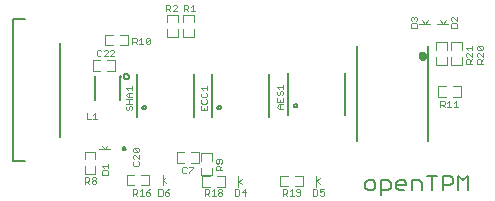
<source format=gto>
G75*
%MOIN*%
%OFA0B0*%
%FSLAX25Y25*%
%IPPOS*%
%LPD*%
%AMOC8*
5,1,8,0,0,1.08239X$1,22.5*
%
%ADD10C,0.00700*%
%ADD11C,0.00800*%
%ADD12C,0.00600*%
%ADD13C,0.00300*%
%ADD14C,0.00450*%
%ADD15C,0.00394*%
%ADD16C,0.00500*%
%ADD17C,0.01575*%
D10*
X0177129Y0006217D02*
X0177946Y0005400D01*
X0179581Y0005400D01*
X0180398Y0006217D01*
X0180398Y0007852D01*
X0179581Y0008669D01*
X0177946Y0008669D01*
X0177129Y0007852D01*
X0177129Y0006217D01*
X0182285Y0005400D02*
X0184737Y0005400D01*
X0185555Y0006217D01*
X0185555Y0007852D01*
X0184737Y0008669D01*
X0182285Y0008669D01*
X0182285Y0003765D01*
X0187442Y0006217D02*
X0188259Y0005400D01*
X0189894Y0005400D01*
X0187442Y0006217D02*
X0187442Y0007852D01*
X0188259Y0008669D01*
X0189894Y0008669D01*
X0190711Y0007852D01*
X0190711Y0007035D01*
X0187442Y0007035D01*
X0192598Y0008669D02*
X0192598Y0005400D01*
X0195867Y0005400D02*
X0195867Y0007852D01*
X0195050Y0008669D01*
X0192598Y0008669D01*
X0197754Y0010304D02*
X0201024Y0010304D01*
X0199389Y0010304D02*
X0199389Y0005400D01*
X0202911Y0005400D02*
X0202911Y0010304D01*
X0205363Y0010304D01*
X0206180Y0009487D01*
X0206180Y0007852D01*
X0205363Y0007035D01*
X0202911Y0007035D01*
X0208067Y0005400D02*
X0208067Y0010304D01*
X0209702Y0008669D01*
X0211337Y0010304D01*
X0211337Y0005400D01*
D11*
X0063605Y0015228D02*
X0059668Y0015228D01*
X0059668Y0062472D01*
X0063605Y0062472D01*
X0075416Y0054598D02*
X0075416Y0023102D01*
X0102814Y0033050D02*
X0102816Y0033097D01*
X0102822Y0033144D01*
X0102832Y0033191D01*
X0102845Y0033236D01*
X0102863Y0033280D01*
X0102884Y0033322D01*
X0102908Y0033363D01*
X0102936Y0033401D01*
X0102967Y0033437D01*
X0103001Y0033470D01*
X0103037Y0033500D01*
X0103076Y0033527D01*
X0103117Y0033551D01*
X0103160Y0033571D01*
X0103204Y0033587D01*
X0103250Y0033600D01*
X0103296Y0033609D01*
X0103344Y0033614D01*
X0103391Y0033615D01*
X0103438Y0033612D01*
X0103485Y0033605D01*
X0103531Y0033594D01*
X0103576Y0033580D01*
X0103620Y0033561D01*
X0103661Y0033539D01*
X0103701Y0033514D01*
X0103739Y0033485D01*
X0103774Y0033454D01*
X0103807Y0033419D01*
X0103836Y0033382D01*
X0103862Y0033343D01*
X0103885Y0033301D01*
X0103904Y0033258D01*
X0103920Y0033213D01*
X0103932Y0033167D01*
X0103940Y0033121D01*
X0103944Y0033074D01*
X0103944Y0033026D01*
X0103940Y0032979D01*
X0103932Y0032933D01*
X0103920Y0032887D01*
X0103904Y0032842D01*
X0103885Y0032799D01*
X0103862Y0032757D01*
X0103836Y0032718D01*
X0103807Y0032681D01*
X0103774Y0032646D01*
X0103739Y0032615D01*
X0103701Y0032586D01*
X0103662Y0032561D01*
X0103620Y0032539D01*
X0103576Y0032520D01*
X0103531Y0032506D01*
X0103485Y0032495D01*
X0103438Y0032488D01*
X0103391Y0032485D01*
X0103344Y0032486D01*
X0103296Y0032491D01*
X0103250Y0032500D01*
X0103204Y0032513D01*
X0103160Y0032529D01*
X0103117Y0032549D01*
X0103076Y0032573D01*
X0103037Y0032600D01*
X0103001Y0032630D01*
X0102967Y0032663D01*
X0102936Y0032699D01*
X0102908Y0032737D01*
X0102884Y0032778D01*
X0102863Y0032820D01*
X0102845Y0032864D01*
X0102832Y0032909D01*
X0102822Y0032956D01*
X0102816Y0033003D01*
X0102814Y0033050D01*
X0096554Y0043387D02*
X0096556Y0043446D01*
X0096562Y0043504D01*
X0096572Y0043562D01*
X0096585Y0043619D01*
X0096603Y0043676D01*
X0096624Y0043731D01*
X0096649Y0043784D01*
X0096677Y0043835D01*
X0096708Y0043885D01*
X0096743Y0043932D01*
X0096781Y0043977D01*
X0096822Y0044020D01*
X0096866Y0044059D01*
X0096912Y0044095D01*
X0096960Y0044129D01*
X0097011Y0044159D01*
X0097064Y0044185D01*
X0097118Y0044208D01*
X0097173Y0044227D01*
X0097230Y0044243D01*
X0097288Y0044255D01*
X0097346Y0044263D01*
X0097405Y0044267D01*
X0097463Y0044267D01*
X0097522Y0044263D01*
X0097580Y0044255D01*
X0097638Y0044243D01*
X0097695Y0044227D01*
X0097750Y0044208D01*
X0097804Y0044185D01*
X0097857Y0044159D01*
X0097908Y0044129D01*
X0097956Y0044095D01*
X0098002Y0044059D01*
X0098046Y0044020D01*
X0098087Y0043977D01*
X0098125Y0043932D01*
X0098160Y0043885D01*
X0098191Y0043835D01*
X0098219Y0043784D01*
X0098244Y0043731D01*
X0098265Y0043676D01*
X0098283Y0043619D01*
X0098296Y0043562D01*
X0098306Y0043504D01*
X0098312Y0043446D01*
X0098314Y0043387D01*
X0098312Y0043328D01*
X0098306Y0043270D01*
X0098296Y0043212D01*
X0098283Y0043155D01*
X0098265Y0043098D01*
X0098244Y0043043D01*
X0098219Y0042990D01*
X0098191Y0042939D01*
X0098160Y0042889D01*
X0098125Y0042842D01*
X0098087Y0042797D01*
X0098046Y0042754D01*
X0098002Y0042715D01*
X0097956Y0042679D01*
X0097908Y0042645D01*
X0097857Y0042615D01*
X0097804Y0042589D01*
X0097750Y0042566D01*
X0097695Y0042547D01*
X0097638Y0042531D01*
X0097580Y0042519D01*
X0097522Y0042511D01*
X0097463Y0042507D01*
X0097405Y0042507D01*
X0097346Y0042511D01*
X0097288Y0042519D01*
X0097230Y0042531D01*
X0097173Y0042547D01*
X0097118Y0042566D01*
X0097064Y0042589D01*
X0097011Y0042615D01*
X0096960Y0042645D01*
X0096912Y0042679D01*
X0096866Y0042715D01*
X0096822Y0042754D01*
X0096781Y0042797D01*
X0096743Y0042842D01*
X0096708Y0042889D01*
X0096677Y0042939D01*
X0096649Y0042990D01*
X0096624Y0043043D01*
X0096603Y0043098D01*
X0096585Y0043155D01*
X0096572Y0043212D01*
X0096562Y0043270D01*
X0096556Y0043328D01*
X0096554Y0043387D01*
X0127814Y0033050D02*
X0127816Y0033097D01*
X0127822Y0033144D01*
X0127832Y0033191D01*
X0127845Y0033236D01*
X0127863Y0033280D01*
X0127884Y0033322D01*
X0127908Y0033363D01*
X0127936Y0033401D01*
X0127967Y0033437D01*
X0128001Y0033470D01*
X0128037Y0033500D01*
X0128076Y0033527D01*
X0128117Y0033551D01*
X0128160Y0033571D01*
X0128204Y0033587D01*
X0128250Y0033600D01*
X0128296Y0033609D01*
X0128344Y0033614D01*
X0128391Y0033615D01*
X0128438Y0033612D01*
X0128485Y0033605D01*
X0128531Y0033594D01*
X0128576Y0033580D01*
X0128620Y0033561D01*
X0128661Y0033539D01*
X0128701Y0033514D01*
X0128739Y0033485D01*
X0128774Y0033454D01*
X0128807Y0033419D01*
X0128836Y0033382D01*
X0128862Y0033343D01*
X0128885Y0033301D01*
X0128904Y0033258D01*
X0128920Y0033213D01*
X0128932Y0033167D01*
X0128940Y0033121D01*
X0128944Y0033074D01*
X0128944Y0033026D01*
X0128940Y0032979D01*
X0128932Y0032933D01*
X0128920Y0032887D01*
X0128904Y0032842D01*
X0128885Y0032799D01*
X0128862Y0032757D01*
X0128836Y0032718D01*
X0128807Y0032681D01*
X0128774Y0032646D01*
X0128739Y0032615D01*
X0128701Y0032586D01*
X0128662Y0032561D01*
X0128620Y0032539D01*
X0128576Y0032520D01*
X0128531Y0032506D01*
X0128485Y0032495D01*
X0128438Y0032488D01*
X0128391Y0032485D01*
X0128344Y0032486D01*
X0128296Y0032491D01*
X0128250Y0032500D01*
X0128204Y0032513D01*
X0128160Y0032529D01*
X0128117Y0032549D01*
X0128076Y0032573D01*
X0128037Y0032600D01*
X0128001Y0032630D01*
X0127967Y0032663D01*
X0127936Y0032699D01*
X0127908Y0032737D01*
X0127884Y0032778D01*
X0127863Y0032820D01*
X0127845Y0032864D01*
X0127832Y0032909D01*
X0127822Y0032956D01*
X0127816Y0033003D01*
X0127814Y0033050D01*
X0153314Y0033550D02*
X0153316Y0033597D01*
X0153322Y0033644D01*
X0153332Y0033691D01*
X0153345Y0033736D01*
X0153363Y0033780D01*
X0153384Y0033822D01*
X0153408Y0033863D01*
X0153436Y0033901D01*
X0153467Y0033937D01*
X0153501Y0033970D01*
X0153537Y0034000D01*
X0153576Y0034027D01*
X0153617Y0034051D01*
X0153660Y0034071D01*
X0153704Y0034087D01*
X0153750Y0034100D01*
X0153796Y0034109D01*
X0153844Y0034114D01*
X0153891Y0034115D01*
X0153938Y0034112D01*
X0153985Y0034105D01*
X0154031Y0034094D01*
X0154076Y0034080D01*
X0154120Y0034061D01*
X0154161Y0034039D01*
X0154201Y0034014D01*
X0154239Y0033985D01*
X0154274Y0033954D01*
X0154307Y0033919D01*
X0154336Y0033882D01*
X0154362Y0033843D01*
X0154385Y0033801D01*
X0154404Y0033758D01*
X0154420Y0033713D01*
X0154432Y0033667D01*
X0154440Y0033621D01*
X0154444Y0033574D01*
X0154444Y0033526D01*
X0154440Y0033479D01*
X0154432Y0033433D01*
X0154420Y0033387D01*
X0154404Y0033342D01*
X0154385Y0033299D01*
X0154362Y0033257D01*
X0154336Y0033218D01*
X0154307Y0033181D01*
X0154274Y0033146D01*
X0154239Y0033115D01*
X0154201Y0033086D01*
X0154162Y0033061D01*
X0154120Y0033039D01*
X0154076Y0033020D01*
X0154031Y0033006D01*
X0153985Y0032995D01*
X0153938Y0032988D01*
X0153891Y0032985D01*
X0153844Y0032986D01*
X0153796Y0032991D01*
X0153750Y0033000D01*
X0153704Y0033013D01*
X0153660Y0033029D01*
X0153617Y0033049D01*
X0153576Y0033073D01*
X0153537Y0033100D01*
X0153501Y0033130D01*
X0153467Y0033163D01*
X0153436Y0033199D01*
X0153408Y0033237D01*
X0153384Y0033278D01*
X0153363Y0033320D01*
X0153345Y0033364D01*
X0153332Y0033409D01*
X0153322Y0033456D01*
X0153316Y0033503D01*
X0153314Y0033550D01*
D12*
X0151480Y0030352D02*
X0151480Y0044548D01*
X0144978Y0044048D02*
X0144978Y0029852D01*
X0125980Y0029852D02*
X0125980Y0044048D01*
X0119978Y0044048D02*
X0119978Y0029852D01*
X0100980Y0029852D02*
X0100980Y0044048D01*
X0170478Y0044548D02*
X0170478Y0030352D01*
D13*
X0149829Y0032600D02*
X0148428Y0032600D01*
X0147727Y0033301D01*
X0148428Y0034001D01*
X0149829Y0034001D01*
X0149829Y0034810D02*
X0147727Y0034810D01*
X0147727Y0036211D01*
X0148077Y0037020D02*
X0147727Y0037370D01*
X0147727Y0038071D01*
X0148077Y0038421D01*
X0148778Y0038071D02*
X0149128Y0038421D01*
X0149478Y0038421D01*
X0149829Y0038071D01*
X0149829Y0037370D01*
X0149478Y0037020D01*
X0148778Y0037370D02*
X0148778Y0038071D01*
X0148778Y0037370D02*
X0148428Y0037020D01*
X0148077Y0037020D01*
X0149829Y0036211D02*
X0149829Y0034810D01*
X0148778Y0034810D02*
X0148778Y0035510D01*
X0148778Y0034001D02*
X0148778Y0032600D01*
X0148428Y0039230D02*
X0147727Y0039930D01*
X0149829Y0039930D01*
X0149829Y0039230D02*
X0149829Y0040631D01*
X0124329Y0040131D02*
X0124329Y0038730D01*
X0124329Y0039430D02*
X0122227Y0039430D01*
X0122928Y0038730D01*
X0122577Y0037921D02*
X0122227Y0037571D01*
X0122227Y0036870D01*
X0122577Y0036520D01*
X0123978Y0036520D01*
X0124329Y0036870D01*
X0124329Y0037571D01*
X0123978Y0037921D01*
X0123978Y0035711D02*
X0124329Y0035361D01*
X0124329Y0034660D01*
X0123978Y0034310D01*
X0122577Y0034310D01*
X0122227Y0034660D01*
X0122227Y0035361D01*
X0122577Y0035711D01*
X0122227Y0033501D02*
X0122227Y0032100D01*
X0124329Y0032100D01*
X0124329Y0033501D01*
X0123278Y0032801D02*
X0123278Y0032100D01*
X0099329Y0032450D02*
X0098978Y0032100D01*
X0099329Y0032450D02*
X0099329Y0033151D01*
X0098978Y0033501D01*
X0098628Y0033501D01*
X0098278Y0033151D01*
X0098278Y0032450D01*
X0097928Y0032100D01*
X0097577Y0032100D01*
X0097227Y0032450D01*
X0097227Y0033151D01*
X0097577Y0033501D01*
X0097227Y0034310D02*
X0099329Y0034310D01*
X0098278Y0034310D02*
X0098278Y0035711D01*
X0098278Y0036520D02*
X0098278Y0037921D01*
X0097928Y0037921D02*
X0099329Y0037921D01*
X0099329Y0038730D02*
X0099329Y0040131D01*
X0099329Y0039430D02*
X0097227Y0039430D01*
X0097928Y0038730D01*
X0097928Y0037921D02*
X0097227Y0037220D01*
X0097928Y0036520D01*
X0099329Y0036520D01*
X0099329Y0035711D02*
X0097227Y0035711D01*
X0087119Y0031302D02*
X0087119Y0029200D01*
X0086419Y0029200D02*
X0087820Y0029200D01*
X0085610Y0029200D02*
X0084209Y0029200D01*
X0084209Y0031302D01*
X0086419Y0030601D02*
X0087119Y0031302D01*
X0099727Y0019071D02*
X0100077Y0019421D01*
X0101478Y0018020D01*
X0101829Y0018370D01*
X0101829Y0019071D01*
X0101478Y0019421D01*
X0100077Y0019421D01*
X0099727Y0019071D02*
X0099727Y0018370D01*
X0100077Y0018020D01*
X0101478Y0018020D01*
X0101829Y0017211D02*
X0101829Y0015810D01*
X0100428Y0017211D01*
X0100077Y0017211D01*
X0099727Y0016861D01*
X0099727Y0016160D01*
X0100077Y0015810D01*
X0100077Y0015001D02*
X0099727Y0014651D01*
X0099727Y0013950D01*
X0100077Y0013600D01*
X0101478Y0013600D01*
X0101829Y0013950D01*
X0101829Y0014651D01*
X0101478Y0015001D01*
X0091329Y0014211D02*
X0091329Y0012810D01*
X0091329Y0013510D02*
X0089227Y0013510D01*
X0089928Y0012810D01*
X0089577Y0012001D02*
X0090978Y0012001D01*
X0091329Y0011651D01*
X0091329Y0010600D01*
X0089227Y0010600D01*
X0089227Y0011651D01*
X0089577Y0012001D01*
X0087240Y0009351D02*
X0086890Y0009702D01*
X0086189Y0009702D01*
X0085839Y0009351D01*
X0085839Y0009001D01*
X0086189Y0008651D01*
X0086890Y0008651D01*
X0087240Y0008301D01*
X0087240Y0007950D01*
X0086890Y0007600D01*
X0086189Y0007600D01*
X0085839Y0007950D01*
X0085839Y0008301D01*
X0086189Y0008651D01*
X0086890Y0008651D02*
X0087240Y0009001D01*
X0087240Y0009351D01*
X0085030Y0009351D02*
X0085030Y0008651D01*
X0084680Y0008301D01*
X0083629Y0008301D01*
X0084329Y0008301D02*
X0085030Y0007600D01*
X0083629Y0007600D02*
X0083629Y0009702D01*
X0084680Y0009702D01*
X0085030Y0009351D01*
X0099629Y0005702D02*
X0100680Y0005702D01*
X0101030Y0005351D01*
X0101030Y0004651D01*
X0100680Y0004301D01*
X0099629Y0004301D01*
X0100329Y0004301D02*
X0101030Y0003600D01*
X0101839Y0003600D02*
X0103240Y0003600D01*
X0102539Y0003600D02*
X0102539Y0005702D01*
X0101839Y0005001D01*
X0104048Y0004651D02*
X0105099Y0004651D01*
X0105450Y0004301D01*
X0105450Y0003950D01*
X0105099Y0003600D01*
X0104399Y0003600D01*
X0104048Y0003950D01*
X0104048Y0004651D01*
X0104749Y0005351D01*
X0105450Y0005702D01*
X0108129Y0005702D02*
X0109180Y0005702D01*
X0109530Y0005351D01*
X0109530Y0003950D01*
X0109180Y0003600D01*
X0108129Y0003600D01*
X0108129Y0005702D01*
X0110339Y0004651D02*
X0111390Y0004651D01*
X0111740Y0004301D01*
X0111740Y0003950D01*
X0111390Y0003600D01*
X0110689Y0003600D01*
X0110339Y0003950D01*
X0110339Y0004651D01*
X0111039Y0005351D01*
X0111740Y0005702D01*
X0123629Y0005702D02*
X0123629Y0003600D01*
X0123629Y0004301D02*
X0124680Y0004301D01*
X0125030Y0004651D01*
X0125030Y0005351D01*
X0124680Y0005702D01*
X0123629Y0005702D01*
X0124329Y0004301D02*
X0125030Y0003600D01*
X0125839Y0003600D02*
X0127240Y0003600D01*
X0126539Y0003600D02*
X0126539Y0005702D01*
X0125839Y0005001D01*
X0128048Y0005001D02*
X0128399Y0004651D01*
X0129099Y0004651D01*
X0129450Y0004301D01*
X0129450Y0003950D01*
X0129099Y0003600D01*
X0128399Y0003600D01*
X0128048Y0003950D01*
X0128048Y0004301D01*
X0128399Y0004651D01*
X0128048Y0005001D02*
X0128048Y0005351D01*
X0128399Y0005702D01*
X0129099Y0005702D01*
X0129450Y0005351D01*
X0129450Y0005001D01*
X0129099Y0004651D01*
X0133629Y0005702D02*
X0133629Y0003600D01*
X0134680Y0003600D01*
X0135030Y0003950D01*
X0135030Y0005351D01*
X0134680Y0005702D01*
X0133629Y0005702D01*
X0135839Y0004651D02*
X0137240Y0004651D01*
X0136890Y0005702D02*
X0135839Y0004651D01*
X0136890Y0003600D02*
X0136890Y0005702D01*
X0149629Y0005702D02*
X0149629Y0003600D01*
X0149629Y0004301D02*
X0150680Y0004301D01*
X0151030Y0004651D01*
X0151030Y0005351D01*
X0150680Y0005702D01*
X0149629Y0005702D01*
X0150329Y0004301D02*
X0151030Y0003600D01*
X0151839Y0003600D02*
X0153240Y0003600D01*
X0152539Y0003600D02*
X0152539Y0005702D01*
X0151839Y0005001D01*
X0154048Y0005001D02*
X0154399Y0004651D01*
X0155450Y0004651D01*
X0155450Y0005351D02*
X0155450Y0003950D01*
X0155099Y0003600D01*
X0154399Y0003600D01*
X0154048Y0003950D01*
X0154048Y0005001D02*
X0154048Y0005351D01*
X0154399Y0005702D01*
X0155099Y0005702D01*
X0155450Y0005351D01*
X0159629Y0005702D02*
X0159629Y0003600D01*
X0160680Y0003600D01*
X0161030Y0003950D01*
X0161030Y0005351D01*
X0160680Y0005702D01*
X0159629Y0005702D01*
X0161839Y0005702D02*
X0161839Y0004651D01*
X0162539Y0005001D01*
X0162890Y0005001D01*
X0163240Y0004651D01*
X0163240Y0003950D01*
X0162890Y0003600D01*
X0162189Y0003600D01*
X0161839Y0003950D01*
X0161839Y0005702D02*
X0163240Y0005702D01*
X0129329Y0012100D02*
X0127227Y0012100D01*
X0127227Y0013151D01*
X0127577Y0013501D01*
X0128278Y0013501D01*
X0128628Y0013151D01*
X0128628Y0012100D01*
X0128628Y0012801D02*
X0129329Y0013501D01*
X0128978Y0014310D02*
X0129329Y0014660D01*
X0129329Y0015361D01*
X0128978Y0015711D01*
X0127577Y0015711D01*
X0127227Y0015361D01*
X0127227Y0014660D01*
X0127577Y0014310D01*
X0127928Y0014310D01*
X0128278Y0014660D01*
X0128278Y0015711D01*
X0119740Y0013202D02*
X0119740Y0012851D01*
X0118339Y0011450D01*
X0118339Y0011100D01*
X0117530Y0011450D02*
X0117180Y0011100D01*
X0116479Y0011100D01*
X0116129Y0011450D01*
X0116129Y0012851D01*
X0116479Y0013202D01*
X0117180Y0013202D01*
X0117530Y0012851D01*
X0118339Y0013202D02*
X0119740Y0013202D01*
X0099629Y0005702D02*
X0099629Y0003600D01*
X0202129Y0033100D02*
X0202129Y0035202D01*
X0203180Y0035202D01*
X0203530Y0034851D01*
X0203530Y0034151D01*
X0203180Y0033801D01*
X0202129Y0033801D01*
X0202829Y0033801D02*
X0203530Y0033100D01*
X0204339Y0033100D02*
X0205740Y0033100D01*
X0205039Y0033100D02*
X0205039Y0035202D01*
X0204339Y0034501D01*
X0206548Y0034501D02*
X0207249Y0035202D01*
X0207249Y0033100D01*
X0206548Y0033100D02*
X0207950Y0033100D01*
X0210727Y0047600D02*
X0210727Y0048651D01*
X0211077Y0049001D01*
X0211778Y0049001D01*
X0212128Y0048651D01*
X0212128Y0047600D01*
X0212128Y0048301D02*
X0212829Y0049001D01*
X0212829Y0049810D02*
X0211428Y0051211D01*
X0211077Y0051211D01*
X0210727Y0050861D01*
X0210727Y0050160D01*
X0211077Y0049810D01*
X0212829Y0049810D02*
X0212829Y0051211D01*
X0212829Y0052020D02*
X0212829Y0053421D01*
X0212829Y0052720D02*
X0210727Y0052720D01*
X0211428Y0052020D01*
X0214227Y0052370D02*
X0214227Y0053071D01*
X0214577Y0053421D01*
X0215978Y0052020D01*
X0216329Y0052370D01*
X0216329Y0053071D01*
X0215978Y0053421D01*
X0214577Y0053421D01*
X0214227Y0052370D02*
X0214577Y0052020D01*
X0215978Y0052020D01*
X0216329Y0051211D02*
X0216329Y0049810D01*
X0214928Y0051211D01*
X0214577Y0051211D01*
X0214227Y0050861D01*
X0214227Y0050160D01*
X0214577Y0049810D01*
X0214577Y0049001D02*
X0215278Y0049001D01*
X0215628Y0048651D01*
X0215628Y0047600D01*
X0215628Y0048301D02*
X0216329Y0049001D01*
X0216329Y0047600D02*
X0214227Y0047600D01*
X0214227Y0048651D01*
X0214577Y0049001D01*
X0212829Y0047600D02*
X0210727Y0047600D01*
X0207829Y0059600D02*
X0205727Y0059600D01*
X0205727Y0060651D01*
X0206077Y0061001D01*
X0207478Y0061001D01*
X0207829Y0060651D01*
X0207829Y0059600D01*
X0207829Y0061810D02*
X0206428Y0063211D01*
X0206077Y0063211D01*
X0205727Y0062861D01*
X0205727Y0062160D01*
X0206077Y0061810D01*
X0207829Y0061810D02*
X0207829Y0063211D01*
X0194329Y0062861D02*
X0194329Y0062160D01*
X0193978Y0061810D01*
X0193978Y0061001D02*
X0192577Y0061001D01*
X0192227Y0060651D01*
X0192227Y0059600D01*
X0194329Y0059600D01*
X0194329Y0060651D01*
X0193978Y0061001D01*
X0192577Y0061810D02*
X0192227Y0062160D01*
X0192227Y0062861D01*
X0192577Y0063211D01*
X0192928Y0063211D01*
X0193278Y0062861D01*
X0193628Y0063211D01*
X0193978Y0063211D01*
X0194329Y0062861D01*
X0193278Y0062861D02*
X0193278Y0062510D01*
X0120240Y0065100D02*
X0118839Y0065100D01*
X0119539Y0065100D02*
X0119539Y0067202D01*
X0118839Y0066501D01*
X0118030Y0066151D02*
X0117680Y0065801D01*
X0116629Y0065801D01*
X0117329Y0065801D02*
X0118030Y0065100D01*
X0116629Y0065100D02*
X0116629Y0067202D01*
X0117680Y0067202D01*
X0118030Y0066851D01*
X0118030Y0066151D01*
X0114240Y0066501D02*
X0114240Y0066851D01*
X0113890Y0067202D01*
X0113189Y0067202D01*
X0112839Y0066851D01*
X0112030Y0066851D02*
X0112030Y0066151D01*
X0111680Y0065801D01*
X0110629Y0065801D01*
X0111329Y0065801D02*
X0112030Y0065100D01*
X0112839Y0065100D02*
X0114240Y0066501D01*
X0112030Y0066851D02*
X0111680Y0067202D01*
X0110629Y0067202D01*
X0110629Y0065100D01*
X0112839Y0065100D02*
X0114240Y0065100D01*
X0105320Y0055951D02*
X0104970Y0056302D01*
X0104269Y0056302D01*
X0103919Y0055951D01*
X0103919Y0054550D01*
X0105320Y0055951D01*
X0105320Y0054550D01*
X0104970Y0054200D01*
X0104269Y0054200D01*
X0103919Y0054550D01*
X0103110Y0054200D02*
X0101709Y0054200D01*
X0102410Y0054200D02*
X0102410Y0056302D01*
X0101709Y0055601D01*
X0100900Y0055251D02*
X0100550Y0054901D01*
X0099499Y0054901D01*
X0100200Y0054901D02*
X0100900Y0054200D01*
X0099499Y0054200D02*
X0099499Y0056302D01*
X0100550Y0056302D01*
X0100900Y0055951D01*
X0100900Y0055251D01*
X0093450Y0051851D02*
X0093099Y0052202D01*
X0092399Y0052202D01*
X0092048Y0051851D01*
X0091240Y0051851D02*
X0090890Y0052202D01*
X0090189Y0052202D01*
X0089839Y0051851D01*
X0089030Y0051851D02*
X0088680Y0052202D01*
X0087979Y0052202D01*
X0087629Y0051851D01*
X0087629Y0050450D01*
X0087979Y0050100D01*
X0088680Y0050100D01*
X0089030Y0050450D01*
X0089839Y0050100D02*
X0091240Y0051501D01*
X0091240Y0051851D01*
X0092048Y0050100D02*
X0093450Y0051501D01*
X0093450Y0051851D01*
X0093450Y0050100D02*
X0092048Y0050100D01*
X0091240Y0050100D02*
X0089839Y0050100D01*
D14*
X0089308Y0020251D02*
X0090229Y0019031D01*
X0088418Y0019031D01*
X0090229Y0019031D02*
X0092040Y0019031D01*
X0091089Y0020251D02*
X0090329Y0019091D01*
X0109559Y0010611D02*
X0109559Y0008800D01*
X0110780Y0009720D01*
X0109559Y0008800D02*
X0109559Y0006989D01*
X0110780Y0007940D02*
X0109620Y0008700D01*
X0134809Y0008250D02*
X0134809Y0006439D01*
X0136030Y0007390D02*
X0134870Y0008150D01*
X0134809Y0008250D02*
X0136030Y0009170D01*
X0134809Y0010061D02*
X0134809Y0008250D01*
X0160809Y0008450D02*
X0160809Y0006639D01*
X0162030Y0007590D02*
X0160870Y0008350D01*
X0160809Y0008450D02*
X0162030Y0009370D01*
X0160809Y0010261D02*
X0160809Y0008450D01*
X0195168Y0060781D02*
X0196979Y0060781D01*
X0196058Y0062001D01*
X0196979Y0060781D02*
X0198790Y0060781D01*
X0197839Y0062001D02*
X0197079Y0060841D01*
X0201168Y0060781D02*
X0202979Y0060781D01*
X0202058Y0062001D01*
X0202979Y0060781D02*
X0204790Y0060781D01*
X0203839Y0062001D02*
X0203079Y0060841D01*
D15*
X0204250Y0054690D02*
X0200707Y0054690D01*
X0200707Y0052131D01*
X0204250Y0052131D02*
X0204250Y0054690D01*
X0205707Y0054690D02*
X0209250Y0054690D01*
X0209250Y0052131D01*
X0209250Y0049769D02*
X0209250Y0047210D01*
X0205707Y0047210D01*
X0205707Y0049769D01*
X0204250Y0049769D02*
X0204250Y0047210D01*
X0200707Y0047210D01*
X0200707Y0049769D01*
X0205707Y0052131D02*
X0205707Y0054690D01*
X0206360Y0040022D02*
X0208919Y0040022D01*
X0208919Y0036478D01*
X0206360Y0036478D01*
X0203998Y0036478D02*
X0201439Y0036478D01*
X0201439Y0040022D01*
X0203998Y0040022D01*
X0156219Y0010222D02*
X0153660Y0010222D01*
X0151298Y0010222D02*
X0148739Y0010222D01*
X0148739Y0006678D01*
X0151298Y0006678D01*
X0153660Y0006678D02*
X0156219Y0006678D01*
X0156219Y0010222D01*
X0130269Y0010072D02*
X0130269Y0006528D01*
X0127710Y0006528D01*
X0125348Y0006528D02*
X0122789Y0006528D01*
X0122789Y0010072D01*
X0125348Y0010072D01*
X0125950Y0010360D02*
X0122407Y0010360D01*
X0122407Y0012919D01*
X0121669Y0014528D02*
X0119110Y0014528D01*
X0116748Y0014528D02*
X0114189Y0014528D01*
X0114189Y0018072D01*
X0116748Y0018072D01*
X0119110Y0018072D02*
X0121669Y0018072D01*
X0121669Y0014528D01*
X0122407Y0015281D02*
X0122407Y0017840D01*
X0125950Y0017840D01*
X0125950Y0015281D01*
X0125950Y0012919D02*
X0125950Y0010360D01*
X0127710Y0010072D02*
X0130269Y0010072D01*
X0105019Y0010572D02*
X0105019Y0007028D01*
X0102460Y0007028D01*
X0100098Y0007028D02*
X0097539Y0007028D01*
X0097539Y0010572D01*
X0100098Y0010572D01*
X0102460Y0010572D02*
X0105019Y0010572D01*
X0087150Y0010810D02*
X0087150Y0013369D01*
X0087150Y0015731D02*
X0087150Y0018290D01*
X0083607Y0018290D01*
X0083607Y0015731D01*
X0083607Y0013369D02*
X0083607Y0010810D01*
X0087150Y0010810D01*
X0086239Y0045128D02*
X0086239Y0048672D01*
X0088798Y0048672D01*
X0091160Y0048672D02*
X0093719Y0048672D01*
X0093719Y0045128D01*
X0091160Y0045128D01*
X0088798Y0045128D02*
X0086239Y0045128D01*
X0090489Y0053678D02*
X0090489Y0057222D01*
X0093048Y0057222D01*
X0095410Y0057222D02*
X0097969Y0057222D01*
X0097969Y0053678D01*
X0095410Y0053678D01*
X0093048Y0053678D02*
X0090489Y0053678D01*
X0111057Y0056460D02*
X0114600Y0056460D01*
X0114600Y0059019D01*
X0116357Y0059019D02*
X0116357Y0056460D01*
X0119900Y0056460D01*
X0119900Y0059019D01*
X0119900Y0061381D02*
X0119900Y0063940D01*
X0116357Y0063940D01*
X0116357Y0061381D01*
X0114600Y0061381D02*
X0114600Y0063940D01*
X0111057Y0063940D01*
X0111057Y0061381D01*
X0111057Y0059019D02*
X0111057Y0056460D01*
D16*
X0095369Y0043387D02*
X0095371Y0043414D01*
X0095377Y0043441D01*
X0095386Y0043467D01*
X0095399Y0043491D01*
X0095415Y0043514D01*
X0095434Y0043533D01*
X0095456Y0043550D01*
X0095480Y0043564D01*
X0095505Y0043574D01*
X0095532Y0043581D01*
X0095559Y0043584D01*
X0095587Y0043583D01*
X0095614Y0043578D01*
X0095640Y0043570D01*
X0095664Y0043558D01*
X0095687Y0043542D01*
X0095708Y0043524D01*
X0095725Y0043503D01*
X0095740Y0043479D01*
X0095751Y0043454D01*
X0095759Y0043428D01*
X0095763Y0043401D01*
X0095763Y0043373D01*
X0095759Y0043346D01*
X0095751Y0043320D01*
X0095740Y0043295D01*
X0095725Y0043271D01*
X0095708Y0043250D01*
X0095687Y0043232D01*
X0095665Y0043216D01*
X0095640Y0043204D01*
X0095614Y0043196D01*
X0095587Y0043191D01*
X0095559Y0043190D01*
X0095532Y0043193D01*
X0095505Y0043200D01*
X0095480Y0043210D01*
X0095456Y0043224D01*
X0095434Y0043241D01*
X0095415Y0043260D01*
X0095399Y0043283D01*
X0095386Y0043307D01*
X0095377Y0043333D01*
X0095371Y0043360D01*
X0095369Y0043387D01*
X0095466Y0043387D02*
X0095466Y0035513D01*
X0086992Y0035513D02*
X0086992Y0043387D01*
X0096579Y0019200D02*
X0096581Y0019220D01*
X0096587Y0019238D01*
X0096596Y0019256D01*
X0096608Y0019271D01*
X0096623Y0019283D01*
X0096641Y0019292D01*
X0096659Y0019298D01*
X0096679Y0019300D01*
X0096699Y0019298D01*
X0096717Y0019292D01*
X0096735Y0019283D01*
X0096750Y0019271D01*
X0096762Y0019256D01*
X0096771Y0019238D01*
X0096777Y0019220D01*
X0096779Y0019200D01*
X0096777Y0019180D01*
X0096771Y0019162D01*
X0096762Y0019144D01*
X0096750Y0019129D01*
X0096735Y0019117D01*
X0096717Y0019108D01*
X0096699Y0019102D01*
X0096679Y0019100D01*
X0096659Y0019102D01*
X0096641Y0019108D01*
X0096623Y0019117D01*
X0096608Y0019129D01*
X0096596Y0019144D01*
X0096587Y0019162D01*
X0096581Y0019180D01*
X0096579Y0019200D01*
X0096179Y0019200D02*
X0096181Y0019244D01*
X0096187Y0019288D01*
X0096197Y0019331D01*
X0096210Y0019373D01*
X0096227Y0019414D01*
X0096248Y0019453D01*
X0096272Y0019490D01*
X0096299Y0019525D01*
X0096329Y0019557D01*
X0096362Y0019587D01*
X0096398Y0019613D01*
X0096435Y0019637D01*
X0096475Y0019656D01*
X0096516Y0019673D01*
X0096559Y0019685D01*
X0096602Y0019694D01*
X0096646Y0019699D01*
X0096690Y0019700D01*
X0096734Y0019697D01*
X0096778Y0019690D01*
X0096821Y0019679D01*
X0096863Y0019665D01*
X0096903Y0019647D01*
X0096942Y0019625D01*
X0096978Y0019601D01*
X0097012Y0019573D01*
X0097044Y0019542D01*
X0097073Y0019508D01*
X0097099Y0019472D01*
X0097121Y0019434D01*
X0097140Y0019394D01*
X0097155Y0019352D01*
X0097167Y0019310D01*
X0097175Y0019266D01*
X0097179Y0019222D01*
X0097179Y0019178D01*
X0097175Y0019134D01*
X0097167Y0019090D01*
X0097155Y0019048D01*
X0097140Y0019006D01*
X0097121Y0018966D01*
X0097099Y0018928D01*
X0097073Y0018892D01*
X0097044Y0018858D01*
X0097012Y0018827D01*
X0096978Y0018799D01*
X0096942Y0018775D01*
X0096903Y0018753D01*
X0096863Y0018735D01*
X0096821Y0018721D01*
X0096778Y0018710D01*
X0096734Y0018703D01*
X0096690Y0018700D01*
X0096646Y0018701D01*
X0096602Y0018706D01*
X0096559Y0018715D01*
X0096516Y0018727D01*
X0096475Y0018744D01*
X0096435Y0018763D01*
X0096398Y0018787D01*
X0096362Y0018813D01*
X0096329Y0018843D01*
X0096299Y0018875D01*
X0096272Y0018910D01*
X0096248Y0018947D01*
X0096227Y0018986D01*
X0096210Y0019027D01*
X0096197Y0019069D01*
X0096187Y0019112D01*
X0096181Y0019156D01*
X0096179Y0019200D01*
X0174335Y0021935D02*
X0174335Y0053431D01*
X0197957Y0053431D02*
X0197957Y0021935D01*
D17*
X0195555Y0050183D02*
X0195557Y0050231D01*
X0195563Y0050279D01*
X0195573Y0050326D01*
X0195586Y0050372D01*
X0195604Y0050417D01*
X0195624Y0050461D01*
X0195649Y0050503D01*
X0195677Y0050542D01*
X0195707Y0050579D01*
X0195741Y0050613D01*
X0195778Y0050645D01*
X0195816Y0050674D01*
X0195857Y0050699D01*
X0195900Y0050721D01*
X0195945Y0050739D01*
X0195991Y0050753D01*
X0196038Y0050764D01*
X0196086Y0050771D01*
X0196134Y0050774D01*
X0196182Y0050773D01*
X0196230Y0050768D01*
X0196278Y0050759D01*
X0196324Y0050747D01*
X0196369Y0050730D01*
X0196413Y0050710D01*
X0196455Y0050687D01*
X0196495Y0050660D01*
X0196533Y0050630D01*
X0196568Y0050597D01*
X0196600Y0050561D01*
X0196630Y0050523D01*
X0196656Y0050482D01*
X0196678Y0050439D01*
X0196698Y0050395D01*
X0196713Y0050350D01*
X0196725Y0050303D01*
X0196733Y0050255D01*
X0196737Y0050207D01*
X0196737Y0050159D01*
X0196733Y0050111D01*
X0196725Y0050063D01*
X0196713Y0050016D01*
X0196698Y0049971D01*
X0196678Y0049927D01*
X0196656Y0049884D01*
X0196630Y0049843D01*
X0196600Y0049805D01*
X0196568Y0049769D01*
X0196533Y0049736D01*
X0196495Y0049706D01*
X0196455Y0049679D01*
X0196413Y0049656D01*
X0196369Y0049636D01*
X0196324Y0049619D01*
X0196278Y0049607D01*
X0196230Y0049598D01*
X0196182Y0049593D01*
X0196134Y0049592D01*
X0196086Y0049595D01*
X0196038Y0049602D01*
X0195991Y0049613D01*
X0195945Y0049627D01*
X0195900Y0049645D01*
X0195857Y0049667D01*
X0195816Y0049692D01*
X0195778Y0049721D01*
X0195741Y0049753D01*
X0195707Y0049787D01*
X0195677Y0049824D01*
X0195649Y0049863D01*
X0195624Y0049905D01*
X0195604Y0049949D01*
X0195586Y0049994D01*
X0195573Y0050040D01*
X0195563Y0050087D01*
X0195557Y0050135D01*
X0195555Y0050183D01*
M02*

</source>
